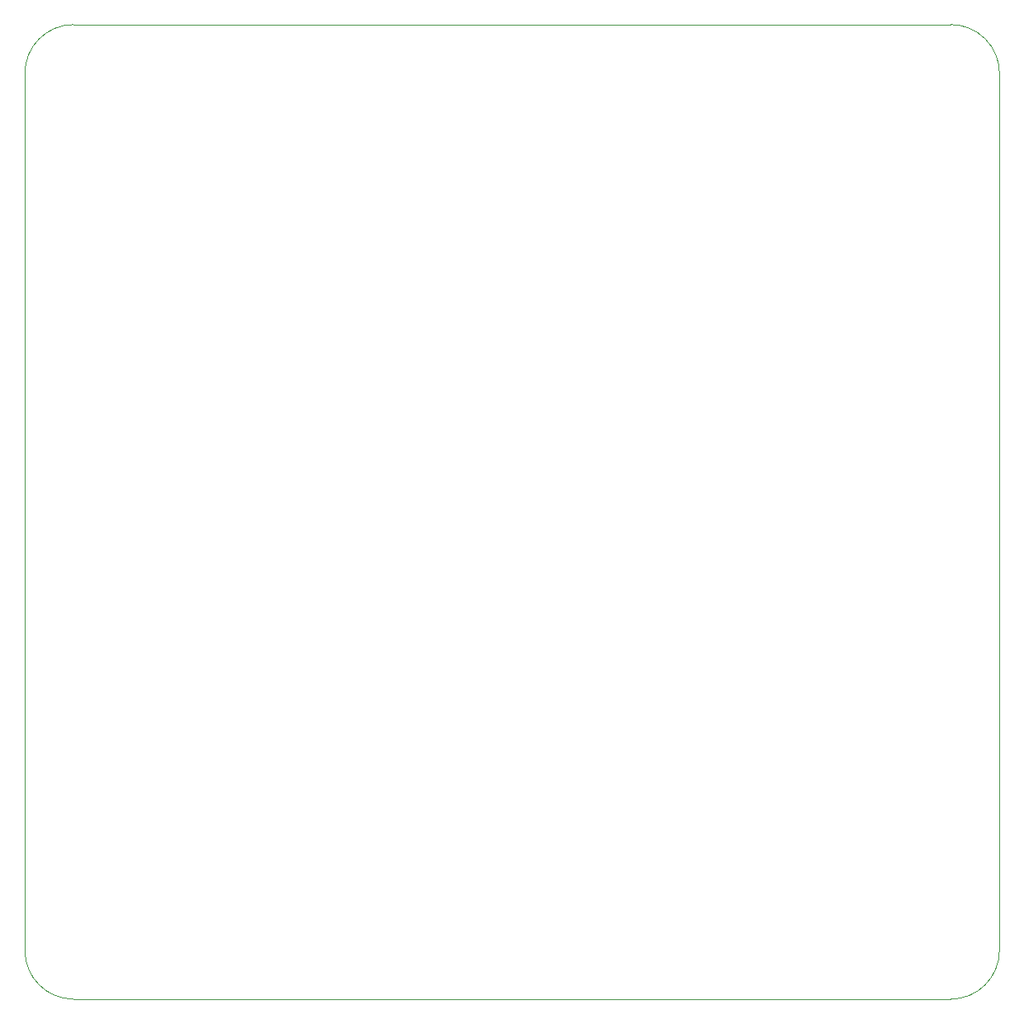
<source format=gbr>
%TF.GenerationSoftware,KiCad,Pcbnew,6.0.11-2627ca5db0~126~ubuntu22.04.1*%
%TF.CreationDate,2023-02-25T17:34:07+01:00*%
%TF.ProjectId,pyroDirector,7079726f-4469-4726-9563-746f722e6b69,rev?*%
%TF.SameCoordinates,Original*%
%TF.FileFunction,Profile,NP*%
%FSLAX46Y46*%
G04 Gerber Fmt 4.6, Leading zero omitted, Abs format (unit mm)*
G04 Created by KiCad (PCBNEW 6.0.11-2627ca5db0~126~ubuntu22.04.1) date 2023-02-25 17:34:07*
%MOMM*%
%LPD*%
G01*
G04 APERTURE LIST*
%TA.AperFunction,Profile*%
%ADD10C,0.100000*%
%TD*%
G04 APERTURE END LIST*
D10*
X191750000Y-142500000D02*
X101750000Y-142500000D01*
X96750000Y-137500000D02*
X96750000Y-47500000D01*
X96750000Y-137500000D02*
G75*
G03*
X101750000Y-142500000I5000000J0D01*
G01*
X196750000Y-47500000D02*
G75*
G03*
X191750000Y-42500000I-5000000J0D01*
G01*
X101750000Y-42500000D02*
G75*
G03*
X96750000Y-47500000I0J-5000000D01*
G01*
X196750000Y-47500000D02*
X196750000Y-137500000D01*
X101750000Y-42500000D02*
X191750000Y-42500000D01*
X191750000Y-142500000D02*
G75*
G03*
X196750000Y-137500000I0J5000000D01*
G01*
X101750001Y-42500000D02*
G75*
G03*
X101750001Y-42500000I-1J0D01*
G01*
M02*

</source>
